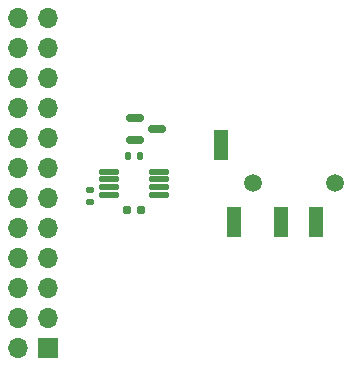
<source format=gbr>
%TF.GenerationSoftware,KiCad,Pcbnew,8.0.3-8.0.3-0~ubuntu23.10.1*%
%TF.CreationDate,2024-10-17T21:53:55-04:00*%
%TF.ProjectId,INA333,494e4133-3333-42e6-9b69-6361645f7063,rev?*%
%TF.SameCoordinates,Original*%
%TF.FileFunction,Soldermask,Top*%
%TF.FilePolarity,Negative*%
%FSLAX46Y46*%
G04 Gerber Fmt 4.6, Leading zero omitted, Abs format (unit mm)*
G04 Created by KiCad (PCBNEW 8.0.3-8.0.3-0~ubuntu23.10.1) date 2024-10-17 21:53:55*
%MOMM*%
%LPD*%
G01*
G04 APERTURE LIST*
G04 Aperture macros list*
%AMRoundRect*
0 Rectangle with rounded corners*
0 $1 Rounding radius*
0 $2 $3 $4 $5 $6 $7 $8 $9 X,Y pos of 4 corners*
0 Add a 4 corners polygon primitive as box body*
4,1,4,$2,$3,$4,$5,$6,$7,$8,$9,$2,$3,0*
0 Add four circle primitives for the rounded corners*
1,1,$1+$1,$2,$3*
1,1,$1+$1,$4,$5*
1,1,$1+$1,$6,$7*
1,1,$1+$1,$8,$9*
0 Add four rect primitives between the rounded corners*
20,1,$1+$1,$2,$3,$4,$5,0*
20,1,$1+$1,$4,$5,$6,$7,0*
20,1,$1+$1,$6,$7,$8,$9,0*
20,1,$1+$1,$8,$9,$2,$3,0*%
G04 Aperture macros list end*
%ADD10RoundRect,0.160000X0.197500X0.160000X-0.197500X0.160000X-0.197500X-0.160000X0.197500X-0.160000X0*%
%ADD11RoundRect,0.150000X-0.587500X-0.150000X0.587500X-0.150000X0.587500X0.150000X-0.587500X0.150000X0*%
%ADD12RoundRect,0.140000X-0.140000X-0.170000X0.140000X-0.170000X0.140000X0.170000X-0.140000X0.170000X0*%
%ADD13RoundRect,0.140000X-0.170000X0.140000X-0.170000X-0.140000X0.170000X-0.140000X0.170000X0.140000X0*%
%ADD14RoundRect,0.125000X0.687500X0.125000X-0.687500X0.125000X-0.687500X-0.125000X0.687500X-0.125000X0*%
%ADD15C,1.500000*%
%ADD16R,1.200000X2.500000*%
%ADD17R,1.700000X1.700000*%
%ADD18O,1.700000X1.700000*%
G04 APERTURE END LIST*
D10*
%TO.C,R1*%
X122302500Y-92300000D03*
X123497500Y-92300000D03*
%TD*%
D11*
%TO.C,U3*%
X122962500Y-84450000D03*
X122962500Y-86350000D03*
X124837500Y-85400000D03*
%TD*%
D12*
%TO.C,C2*%
X122420000Y-87700000D03*
X123380000Y-87700000D03*
%TD*%
D13*
%TO.C,C1*%
X119200000Y-90620000D03*
X119200000Y-91580000D03*
%TD*%
D14*
%TO.C,U1*%
X125012500Y-90975000D03*
X125012500Y-90325000D03*
X125012500Y-89675000D03*
X125012500Y-89025000D03*
X120787500Y-89025000D03*
X120787500Y-89675000D03*
X120787500Y-90325000D03*
X120787500Y-90975000D03*
%TD*%
D15*
%TO.C,J3*%
X139945000Y-90005000D03*
X132945000Y-90005000D03*
D16*
X135345000Y-93255000D03*
X138345000Y-93255000D03*
X130245000Y-86755000D03*
X131345000Y-93255000D03*
%TD*%
D17*
%TO.C,J1*%
X115650000Y-103975000D03*
D18*
X113110000Y-103975000D03*
X115650000Y-101435000D03*
X113110000Y-101435000D03*
X115650000Y-98895000D03*
X113110000Y-98895000D03*
X115650000Y-96355000D03*
X113110000Y-96355000D03*
X115650000Y-93815000D03*
X113110000Y-93815000D03*
X115650000Y-91275000D03*
X113110000Y-91275000D03*
X115650000Y-88735000D03*
X113110000Y-88735000D03*
X115650000Y-86195000D03*
X113110000Y-86195000D03*
X115650000Y-83655000D03*
X113110000Y-83655000D03*
X115650000Y-81115000D03*
X113110000Y-81115000D03*
X115650000Y-78575000D03*
X113110000Y-78575000D03*
X115650000Y-76035000D03*
X113110000Y-76035000D03*
%TD*%
M02*

</source>
